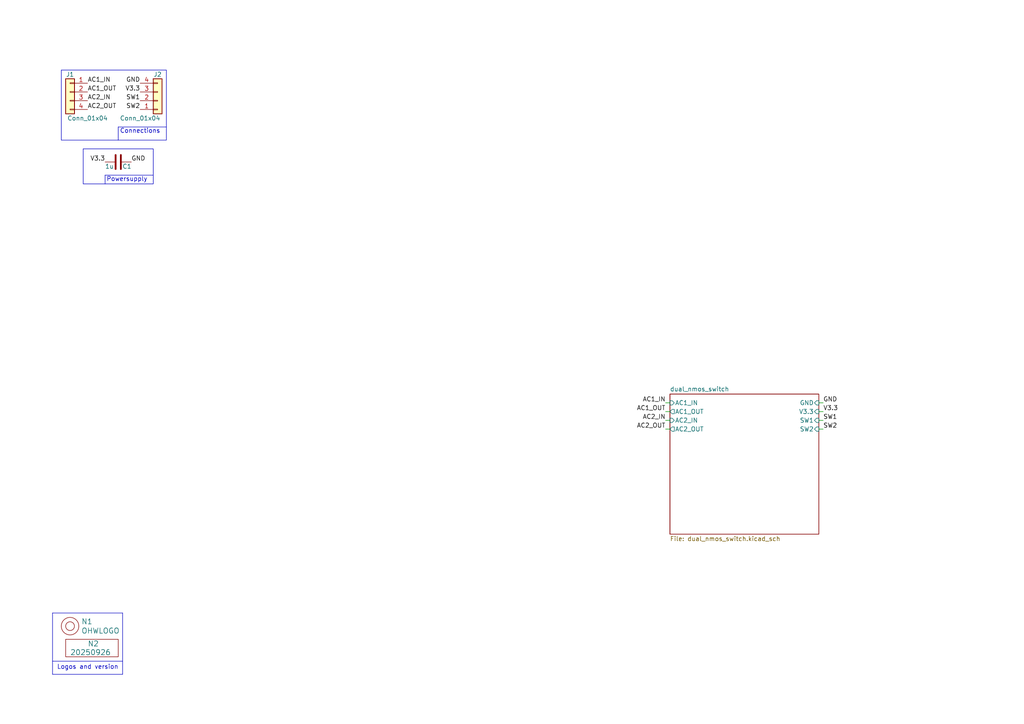
<source format=kicad_sch>
(kicad_sch (version 20250114) (generator "eeschema") (generator_version "9.0")
  (paper "A4")
  (lib_symbols
    (symbol "Connector_Generic:Conn_01x04" (pin_names (offset 1.016) (hide yes))
      (property "Reference" "J" (at 0 5.08 0))
      (property "Value" "Conn_01x04" (at 0 -7.62 0))
      (symbol "Conn_01x04_1_1"
        (rectangle (start -1.27 3.81) (end 1.27 -6.35) (stroke (width 0.254)) (fill (type background)))
        (rectangle (start -1.27 2.667) (end 0 2.413) (stroke (width 0.1524)))
        (rectangle (start -1.27 0.127) (end 0 -0.127) (stroke (width 0.1524)))
        (rectangle (start -1.27 -2.413) (end 0 -2.667) (stroke (width 0.1524)))
        (rectangle (start -1.27 -4.953) (end 0 -5.207) (stroke (width 0.1524)))
        (pin passive line (at -5.08 2.54 0) (length 3.81) (name "Pin_1") (number "1"))
        (pin passive line (at -5.08 0 0) (length 3.81) (name "Pin_2") (number "2"))
        (pin passive line (at -5.08 -2.54 0) (length 3.81) (name "Pin_3") (number "3"))
        (pin passive line (at -5.08 -5.08 0) (length 3.81) (name "Pin_4") (number "4"))
      )
    )
    (symbol "Device:C" (pin_numbers (hide yes)) (pin_names (offset 0.254))
      (property "Reference" "C" (at 0.635 2.54 0))
      (property "Value" "C" (at 0.635 -2.54 0))
      (symbol "C_0_1"
        (polyline (pts (xy -2.032 0.762) (xy 2.032 0.762)) (stroke (width 0.508)))
        (polyline (pts (xy -2.032 -0.762) (xy 2.032 -0.762)) (stroke (width 0.508)))
      )
      (symbol "C_1_1"
        (pin passive line (at 0 3.81 270) (length 2.794) (name "~") (number "1"))
        (pin passive line (at 0 -3.81 90) (length 2.794) (name "~") (number "2"))
      )
    )
    (symbol "SquantorLabels:OHWLOGO" (pin_names (offset 1.016))
      (property "Reference" "N" (at 0 3.81 0))
      (property "Value" "OHWLOGO" (at 0 -3.81 0))
      (symbol "OHWLOGO_0_1"
        (circle (center 0 0) (radius 1.27))
        (circle (center 0 0) (radius 2.54))
      )
    )
    (symbol "SquantorLabels:VYYYYMMDD" (pin_names (offset 1.016))
      (property "Reference" "N" (at 0 2.54 0))
      (property "Value" "VYYYYMMDD" (at 0 0 0))
      (symbol "VYYYYMMDD_0_1"
        (rectangle (start 7.62 -1.27) (end -7.62 3.81))
      )
    )
  )
  (rectangle (start 17.78 20.32) (end 48.26 40.64))
  (rectangle (start 24.13 43.18) (end 44.45 53.34))
  (text "Logos and version" (at 16.51 194.31 0) (effects (font (size 1.27 1.27)) (justify left bottom)))
  (text "Powersupply" (at 36.83 52.07 0) (effects (font (size 1.27 1.27))))
  (text "Connections" (at 40.64 38.1 0) (effects (font (size 1.27 1.27))))
  (wire (pts (xy 193.04 121.92) (xy 194.31 121.92)))
  (polyline (pts (xy 15.24 177.8) (xy 15.24 195.58)))
  (polyline (pts (xy 30.48 50.8) (xy 30.48 53.34)))
  (polyline (pts (xy 35.56 177.8) (xy 15.24 177.8)))
  (wire (pts (xy 237.49 124.46) (xy 238.76 124.46)))
  (wire (pts (xy 193.04 116.84) (xy 194.31 116.84)))
  (wire (pts (xy 237.49 121.92) (xy 238.76 121.92)))
  (wire (pts (xy 193.04 119.38) (xy 194.31 119.38)))
  (polyline (pts (xy 48.26 36.83) (xy 34.29 36.83)))
  (wire (pts (xy 237.49 119.38) (xy 238.76 119.38)))
  (polyline (pts (xy 35.56 195.58) (xy 35.56 177.8)))
  (polyline (pts (xy 15.24 195.58) (xy 35.56 195.58)))
  (wire (pts (xy 237.49 116.84) (xy 238.76 116.84)))
  (polyline (pts (xy 34.29 36.83) (xy 34.29 40.64)))
  (wire (pts (xy 193.04 124.46) (xy 194.31 124.46)))
  (polyline (pts (xy 44.45 50.8) (xy 30.48 50.8)))
  (polyline (pts (xy 15.24 191.77) (xy 35.56 191.77)))
  (label "SW2" (at 238.76 124.46 0))
  (label "GND" (at 238.76 116.84 0))
  (label "AC1_OUT" (at 193.04 119.38 180))
  (label "AC1_IN" (at 25.4 24.13 0))
  (label "V3.3" (at 30.48 46.99 180))
  (label "V3.3" (at 238.76 119.38 0))
  (label "AC2_IN" (at 193.04 121.92 180))
  (label "SW1" (at 238.76 121.92 0))
  (label "AC2_IN" (at 25.4 29.21 0))
  (label "V3.3" (at 40.64 26.67 180))
  (label "AC2_OUT" (at 193.04 124.46 180))
  (label "AC1_IN" (at 193.04 116.84 180))
  (label "SW2" (at 40.64 31.75 180))
  (label "AC2_OUT" (at 25.4 31.75 0))
  (label "AC1_OUT" (at 25.4 26.67 0))
  (label "GND" (at 40.64 24.13 180))
  (label "SW1" (at 40.64 29.21 180))
  (label "GND" (at 38.1 46.99 0))
  (symbol (lib_id "SquantorLabels:VYYYYMMDD") (at 26.67 189.23 0) (unit 1)
    (property "Reference" "N2" (at 25.4 186.69 0) (effects (font (size 1.524 1.524)) (justify left)))
    (property "Value" "20250926" (at 20.32 189.23 0) (effects (font (size 1.524 1.524)) (justify left)))
    (property "Footprint" "SquantorLabels:Label_Generic" (effects (hide yes)))
  )
  (symbol (lib_id "SquantorLabels:OHWLOGO") (at 20.32 181.61 0) (unit 1)
    (property "Reference" "N1" (at 23.5712 180.2638 0) (effects (font (size 1.524 1.524)) (justify left)))
    (property "Value" "OHWLOGO" (at 23.5712 182.9562 0) (effects (font (size 1.524 1.524)) (justify left)))
    (property "Footprint" "Symbol:OSHW-Symbol_6.7x6mm_SilkScreen" (effects (hide yes)))
  )
  (symbol (lib_id "Connector_Generic:Conn_01x04") (at 45.72 29.21 0) (mirror x) (unit 1)
    (property "Reference" "J2" (at 45.72 21.59 0))
    (property "Value" "Conn_01x04" (at 40.64 34.29 0))
    (property "Footprint" "SquantorConnectors:Header-0254-1X04-H010" (effects (hide yes)))
    (property "Description" "Generic connector, single row, 01x04, script generated (kicad-library-utils/schlib/autogen/connector/)" (effects (hide yes)))
  )
  (symbol (lib_id "Connector_Generic:Conn_01x04") (at 20.32 26.67 0) (mirror y) (unit 1)
    (property "Reference" "J1" (at 20.32 21.59 0))
    (property "Value" "Conn_01x04" (at 25.4 34.29 0))
    (property "Footprint" "SquantorConnectors:Header-0254-1X04-H010" (effects (hide yes)))
    (property "Description" "Generic connector, single row, 01x04, script generated (kicad-library-utils/schlib/autogen/connector/)" (effects (hide yes)))
  )
  (symbol (lib_id "Device:C") (at 34.29 46.99 90) (unit 1)
    (property "Reference" "C1" (at 36.83 48.26 90))
    (property "Value" "1u" (at 31.75 48.26 90))
    (property "Footprint" "SquantorCapacitor:C_0805+0603" (effects (hide yes)))
    (property "Description" "Unpolarized capacitor" (effects (hide yes)))
  )
  (sheet (at 194.31 114.3) (size 43.18 40.64) (stroke (width 0.1524))
    (property "Sheetname" "dual_nmos_switch" (at 194.31 113.5884 0) (effects (justify left bottom)))
    (property "Sheetfile" "dual_nmos_switch.kicad_sch" (at 194.31 155.5246 0) (effects (justify left top)))
    (pin "SW1" input (at 237.49 121.92 0))
    (pin "AC1_IN" input (at 194.31 116.84 180))
    (pin "GND" input (at 237.49 116.84 0))
    (pin "AC1_OUT" output (at 194.31 119.38 180))
    (pin "V3.3" input (at 237.49 119.38 0))
    (pin "AC2_IN" input (at 194.31 121.92 180))
    (pin "SW2" input (at 237.49 124.46 0))
    (pin "AC2_OUT" output (at 194.31 124.46 180))
  )
)
</source>
